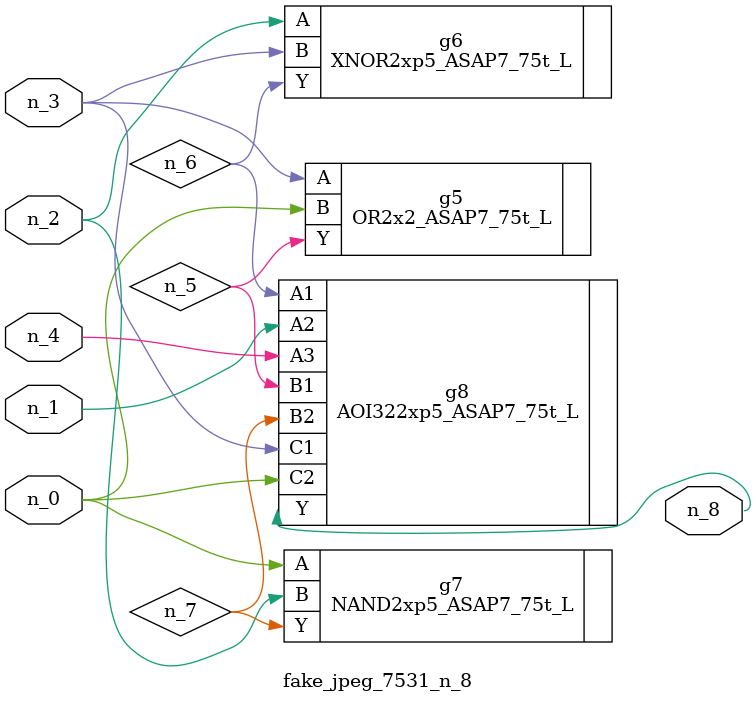
<source format=v>
module fake_jpeg_7531_n_8 (n_3, n_2, n_1, n_0, n_4, n_8);

input n_3;
input n_2;
input n_1;
input n_0;
input n_4;

output n_8;

wire n_6;
wire n_5;
wire n_7;

OR2x2_ASAP7_75t_L g5 ( 
.A(n_3),
.B(n_0),
.Y(n_5)
);

XNOR2xp5_ASAP7_75t_L g6 ( 
.A(n_2),
.B(n_3),
.Y(n_6)
);

NAND2xp5_ASAP7_75t_L g7 ( 
.A(n_0),
.B(n_2),
.Y(n_7)
);

AOI322xp5_ASAP7_75t_L g8 ( 
.A1(n_6),
.A2(n_1),
.A3(n_4),
.B1(n_5),
.B2(n_7),
.C1(n_3),
.C2(n_0),
.Y(n_8)
);


endmodule
</source>
